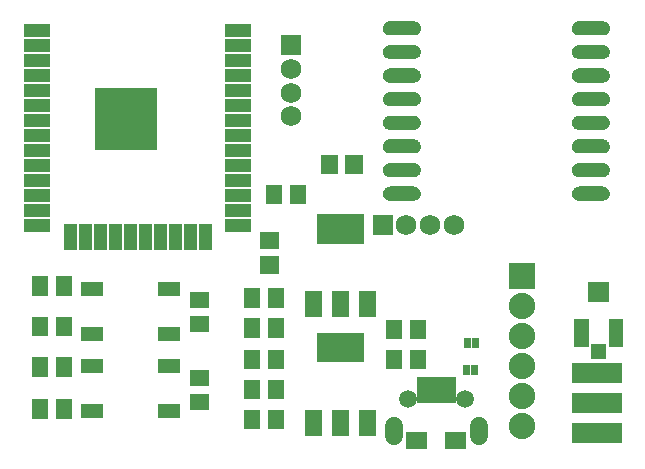
<source format=gts>
G04 Layer: TopSolderMaskLayer*
G04 EasyEDA v6.2.35, 2019-08-15T18:41:42+02:00*
G04 d928556bf1d54400a7a5e192a75a7165,10119efe1344418d97fa33539d7a4e55,10*
G04 Gerber Generator version 0.2*
G04 Scale: 100 percent, Rotated: No, Reflected: No *
G04 Dimensions in millimeters *
G04 leading zeros omitted , absolute positions ,3 integer and 3 decimal *
%FSLAX33Y33*%
%MOMM*%
G90*
G71D02*

%ADD47C,1.503197*%
%ADD58C,1.727200*%
%ADD62R,1.253236X2.403094*%
%ADD66C,2.235200*%

%LPD*%
G54D47*
G01X39433Y1915D02*
G01X39433Y1015D01*
G01X32194Y1915D02*
G01X32194Y1015D01*
G36*
G01X25684Y7256D02*
G01X25684Y9761D01*
G01X29687Y9761D01*
G01X29687Y7256D01*
G01X25684Y7256D01*
G37*
G36*
G01X26984Y1056D02*
G01X26984Y3261D01*
G01X28387Y3261D01*
G01X28387Y1056D01*
G01X26984Y1056D01*
G37*
G36*
G01X29283Y1056D02*
G01X29283Y3261D01*
G01X30688Y3261D01*
G01X30688Y1056D01*
G01X29283Y1056D01*
G37*
G36*
G01X24683Y1056D02*
G01X24683Y3261D01*
G01X26088Y3261D01*
G01X26088Y1056D01*
G01X24683Y1056D01*
G37*
G36*
G01X33609Y6667D02*
G01X33609Y8318D01*
G01X34970Y8318D01*
G01X34970Y6667D01*
G01X33609Y6667D01*
G37*
G36*
G01X31577Y6667D02*
G01X31577Y8318D01*
G01X32938Y8318D01*
G01X32938Y6667D01*
G01X31577Y6667D01*
G37*
G36*
G01X20916Y14742D02*
G01X20916Y16245D01*
G01X22519Y16245D01*
G01X22519Y14742D01*
G01X20916Y14742D01*
G37*
G36*
G01X20916Y16842D02*
G01X20916Y18346D01*
G01X22519Y18346D01*
G01X22519Y16842D01*
G01X20916Y16842D01*
G37*
G36*
G01X36776Y3848D02*
G01X36776Y6050D01*
G01X37429Y6050D01*
G01X37429Y3848D01*
G01X36776Y3848D01*
G37*
G36*
G01X36126Y3848D02*
G01X36126Y6050D01*
G01X36779Y6050D01*
G01X36779Y3848D01*
G01X36126Y3848D01*
G37*
G36*
G01X35476Y3848D02*
G01X35476Y6050D01*
G01X36131Y6050D01*
G01X36131Y3848D01*
G01X35476Y3848D01*
G37*
G36*
G01X34825Y3848D02*
G01X34825Y6050D01*
G01X35481Y6050D01*
G01X35481Y3848D01*
G01X34825Y3848D01*
G37*
G36*
G01X34178Y3848D02*
G01X34178Y6050D01*
G01X34831Y6050D01*
G01X34831Y3848D01*
G01X34178Y3848D01*
G37*
G36*
G01X36507Y-63D02*
G01X36507Y1338D01*
G01X38310Y1338D01*
G01X38310Y-63D01*
G01X36507Y-63D01*
G37*
G36*
G01X33228Y-48D02*
G01X33228Y1356D01*
G01X35031Y1356D01*
G01X35031Y-48D01*
G01X33228Y-48D01*
G37*
G01X33403Y4165D03*
G01X38244Y4165D03*
G36*
G01X914Y34813D02*
G01X914Y35915D01*
G01X3116Y35915D01*
G01X3116Y34813D01*
G01X914Y34813D01*
G37*
G36*
G01X6913Y25262D02*
G01X6913Y30464D01*
G01X12118Y30464D01*
G01X12118Y25262D01*
G01X6913Y25262D01*
G37*
G36*
G01X914Y33543D02*
G01X914Y34645D01*
G01X3116Y34645D01*
G01X3116Y33543D01*
G01X914Y33543D01*
G37*
G36*
G01X914Y32273D02*
G01X914Y33375D01*
G01X3116Y33375D01*
G01X3116Y32273D01*
G01X914Y32273D01*
G37*
G36*
G01X914Y31003D02*
G01X914Y32105D01*
G01X3116Y32105D01*
G01X3116Y31003D01*
G01X914Y31003D01*
G37*
G36*
G01X914Y29733D02*
G01X914Y30835D01*
G01X3116Y30835D01*
G01X3116Y29733D01*
G01X914Y29733D01*
G37*
G36*
G01X914Y28463D02*
G01X914Y29565D01*
G01X3116Y29565D01*
G01X3116Y28463D01*
G01X914Y28463D01*
G37*
G36*
G01X914Y27193D02*
G01X914Y28295D01*
G01X3116Y28295D01*
G01X3116Y27193D01*
G01X914Y27193D01*
G37*
G36*
G01X914Y25923D02*
G01X914Y27025D01*
G01X3116Y27025D01*
G01X3116Y25923D01*
G01X914Y25923D01*
G37*
G36*
G01X914Y24653D02*
G01X914Y25755D01*
G01X3116Y25755D01*
G01X3116Y24653D01*
G01X914Y24653D01*
G37*
G36*
G01X914Y23383D02*
G01X914Y24485D01*
G01X3116Y24485D01*
G01X3116Y23383D01*
G01X914Y23383D01*
G37*
G36*
G01X914Y22113D02*
G01X914Y23215D01*
G01X3116Y23215D01*
G01X3116Y22113D01*
G01X914Y22113D01*
G37*
G36*
G01X914Y20843D02*
G01X914Y21945D01*
G01X3116Y21945D01*
G01X3116Y20843D01*
G01X914Y20843D01*
G37*
G36*
G01X914Y19573D02*
G01X914Y20675D01*
G01X3116Y20675D01*
G01X3116Y19573D01*
G01X914Y19573D01*
G37*
G36*
G01X914Y18303D02*
G01X914Y19405D01*
G01X3116Y19405D01*
G01X3116Y18303D01*
G01X914Y18303D01*
G37*
G36*
G01X17914Y34813D02*
G01X17914Y35915D01*
G01X20116Y35915D01*
G01X20116Y34813D01*
G01X17914Y34813D01*
G37*
G36*
G01X17914Y33543D02*
G01X17914Y34645D01*
G01X20116Y34645D01*
G01X20116Y33543D01*
G01X17914Y33543D01*
G37*
G36*
G01X17914Y32273D02*
G01X17914Y33375D01*
G01X20116Y33375D01*
G01X20116Y32273D01*
G01X17914Y32273D01*
G37*
G36*
G01X17914Y31003D02*
G01X17914Y32105D01*
G01X20116Y32105D01*
G01X20116Y31003D01*
G01X17914Y31003D01*
G37*
G36*
G01X17914Y29733D02*
G01X17914Y30835D01*
G01X20116Y30835D01*
G01X20116Y29733D01*
G01X17914Y29733D01*
G37*
G36*
G01X17914Y28463D02*
G01X17914Y29565D01*
G01X20116Y29565D01*
G01X20116Y28463D01*
G01X17914Y28463D01*
G37*
G36*
G01X17914Y27193D02*
G01X17914Y28295D01*
G01X20116Y28295D01*
G01X20116Y27193D01*
G01X17914Y27193D01*
G37*
G36*
G01X17914Y25923D02*
G01X17914Y27025D01*
G01X20116Y27025D01*
G01X20116Y25923D01*
G01X17914Y25923D01*
G37*
G36*
G01X17914Y24653D02*
G01X17914Y25755D01*
G01X20116Y25755D01*
G01X20116Y24653D01*
G01X17914Y24653D01*
G37*
G36*
G01X17914Y23383D02*
G01X17914Y24485D01*
G01X20116Y24485D01*
G01X20116Y23383D01*
G01X17914Y23383D01*
G37*
G36*
G01X17914Y22113D02*
G01X17914Y23215D01*
G01X20116Y23215D01*
G01X20116Y22113D01*
G01X17914Y22113D01*
G37*
G36*
G01X17914Y20843D02*
G01X17914Y21945D01*
G01X20116Y21945D01*
G01X20116Y20843D01*
G01X17914Y20843D01*
G37*
G36*
G01X17914Y19573D02*
G01X17914Y20675D01*
G01X20116Y20675D01*
G01X20116Y19573D01*
G01X17914Y19573D01*
G37*
G36*
G01X17914Y18303D02*
G01X17914Y19405D01*
G01X20116Y19405D01*
G01X20116Y18303D01*
G01X17914Y18303D01*
G37*
G36*
G01X4249Y16751D02*
G01X4249Y18956D01*
G01X5351Y18956D01*
G01X5351Y16751D01*
G01X4249Y16751D01*
G37*
G36*
G01X5519Y16751D02*
G01X5519Y18956D01*
G01X6621Y18956D01*
G01X6621Y16751D01*
G01X5519Y16751D01*
G37*
G36*
G01X6789Y16751D02*
G01X6789Y18956D01*
G01X7891Y18956D01*
G01X7891Y16751D01*
G01X6789Y16751D01*
G37*
G36*
G01X8059Y16751D02*
G01X8059Y18956D01*
G01X9161Y18956D01*
G01X9161Y16751D01*
G01X8059Y16751D01*
G37*
G36*
G01X9329Y16751D02*
G01X9329Y18956D01*
G01X10431Y18956D01*
G01X10431Y16751D01*
G01X9329Y16751D01*
G37*
G36*
G01X10599Y16751D02*
G01X10599Y18956D01*
G01X11701Y18956D01*
G01X11701Y16751D01*
G01X10599Y16751D01*
G37*
G36*
G01X11869Y16751D02*
G01X11869Y18956D01*
G01X12971Y18956D01*
G01X12971Y16751D01*
G01X11869Y16751D01*
G37*
G36*
G01X13139Y16751D02*
G01X13139Y18956D01*
G01X14241Y18956D01*
G01X14241Y16751D01*
G01X13139Y16751D01*
G37*
G36*
G01X14409Y16751D02*
G01X14409Y18956D01*
G01X15511Y18956D01*
G01X15511Y16751D01*
G01X14409Y16751D01*
G37*
G36*
G01X15679Y16751D02*
G01X15679Y18956D01*
G01X16781Y18956D01*
G01X16781Y16751D01*
G01X15679Y16751D01*
G37*
G36*
G01X21544Y6667D02*
G01X21544Y8318D01*
G01X22905Y8318D01*
G01X22905Y6667D01*
G01X21544Y6667D01*
G37*
G36*
G01X19512Y6667D02*
G01X19512Y8318D01*
G01X20873Y8318D01*
G01X20873Y6667D01*
G01X19512Y6667D01*
G37*
G36*
G01X1605Y12890D02*
G01X1605Y14541D01*
G01X2966Y14541D01*
G01X2966Y12890D01*
G01X1605Y12890D01*
G37*
G36*
G01X3637Y12890D02*
G01X3637Y14541D01*
G01X4998Y14541D01*
G01X4998Y12890D01*
G01X3637Y12890D01*
G37*
G36*
G01X22631Y33251D02*
G01X22631Y34978D01*
G01X24358Y34978D01*
G01X24358Y33251D01*
G01X22631Y33251D01*
G37*
G54D58*
G01X23495Y32114D03*
G01X23495Y30115D03*
G01X23495Y28115D03*
G36*
G01X12204Y2578D02*
G01X12204Y3782D01*
G01X14107Y3782D01*
G01X14107Y2578D01*
G01X12204Y2578D01*
G37*
G36*
G01X5704Y2578D02*
G01X5704Y3782D01*
G01X7607Y3782D01*
G01X7607Y2578D01*
G01X5704Y2578D01*
G37*
G36*
G01X12204Y6377D02*
G01X12204Y7581D01*
G01X14107Y7581D01*
G01X14107Y6377D01*
G01X12204Y6377D01*
G37*
G36*
G01X5704Y6377D02*
G01X5704Y7581D01*
G01X7607Y7581D01*
G01X7607Y6377D01*
G01X5704Y6377D01*
G37*
G36*
G01X5704Y12847D02*
G01X5704Y14051D01*
G01X7607Y14051D01*
G01X7607Y12847D01*
G01X5704Y12847D01*
G37*
G36*
G01X12204Y12847D02*
G01X12204Y14051D01*
G01X14107Y14051D01*
G01X14107Y12847D01*
G01X12204Y12847D01*
G37*
G36*
G01X5704Y9047D02*
G01X5704Y10251D01*
G01X7607Y10251D01*
G01X7607Y9047D01*
G01X5704Y9047D01*
G37*
G36*
G01X12204Y9047D02*
G01X12204Y10251D01*
G01X14107Y10251D01*
G01X14107Y9047D01*
G01X12204Y9047D01*
G37*
G36*
G01X33609Y9207D02*
G01X33609Y10858D01*
G01X34970Y10858D01*
G01X34970Y9207D01*
G01X33609Y9207D01*
G37*
G36*
G01X31577Y9207D02*
G01X31577Y10858D01*
G01X32938Y10858D01*
G01X32938Y9207D01*
G01X31577Y9207D01*
G37*
G36*
G01X19512Y4127D02*
G01X19512Y5778D01*
G01X20873Y5778D01*
G01X20873Y4127D01*
G01X19512Y4127D01*
G37*
G36*
G01X21544Y4127D02*
G01X21544Y5778D01*
G01X22905Y5778D01*
G01X22905Y4127D01*
G01X21544Y4127D01*
G37*
G36*
G01X14922Y3256D02*
G01X14922Y4617D01*
G01X16573Y4617D01*
G01X16573Y3256D01*
G01X14922Y3256D01*
G37*
G36*
G01X14922Y5288D02*
G01X14922Y6649D01*
G01X16573Y6649D01*
G01X16573Y5288D01*
G01X14922Y5288D01*
G37*
G36*
G01X1605Y2476D02*
G01X1605Y4127D01*
G01X2966Y4127D01*
G01X2966Y2476D01*
G01X1605Y2476D01*
G37*
G36*
G01X3637Y2476D02*
G01X3637Y4127D01*
G01X4998Y4127D01*
G01X4998Y2476D01*
G01X3637Y2476D01*
G37*
G36*
G01X14922Y11892D02*
G01X14922Y13253D01*
G01X16573Y13253D01*
G01X16573Y11892D01*
G01X14922Y11892D01*
G37*
G36*
G01X14922Y9860D02*
G01X14922Y11221D01*
G01X16573Y11221D01*
G01X16573Y9860D01*
G01X14922Y9860D01*
G37*
G36*
G01X1605Y9461D02*
G01X1605Y11112D01*
G01X2966Y11112D01*
G01X2966Y9461D01*
G01X1605Y9461D01*
G37*
G36*
G01X3637Y9461D02*
G01X3637Y11112D01*
G01X4998Y11112D01*
G01X4998Y9461D01*
G01X3637Y9461D01*
G37*
G36*
G01X25684Y17289D02*
G01X25684Y19794D01*
G01X29687Y19794D01*
G01X29687Y17289D01*
G01X25684Y17289D01*
G37*
G36*
G01X26984Y11089D02*
G01X26984Y13294D01*
G01X28387Y13294D01*
G01X28387Y11089D01*
G01X26984Y11089D01*
G37*
G36*
G01X29283Y11089D02*
G01X29283Y13294D01*
G01X30688Y13294D01*
G01X30688Y11089D01*
G01X29283Y11089D01*
G37*
G36*
G01X24683Y11089D02*
G01X24683Y13294D01*
G01X26088Y13294D01*
G01X26088Y11089D01*
G01X24683Y11089D01*
G37*
G36*
G01X19512Y9334D02*
G01X19512Y10985D01*
G01X20873Y10985D01*
G01X20873Y9334D01*
G01X19512Y9334D01*
G37*
G36*
G01X21544Y9334D02*
G01X21544Y10985D01*
G01X22905Y10985D01*
G01X22905Y9334D01*
G01X21544Y9334D01*
G37*
G36*
G01X19512Y1587D02*
G01X19512Y3238D01*
G01X20873Y3238D01*
G01X20873Y1587D01*
G01X19512Y1587D01*
G37*
G36*
G01X21544Y1587D02*
G01X21544Y3238D01*
G01X22905Y3238D01*
G01X22905Y1587D01*
G01X21544Y1587D01*
G37*
G36*
G01X1605Y6032D02*
G01X1605Y7683D01*
G01X2966Y7683D01*
G01X2966Y6032D01*
G01X1605Y6032D01*
G37*
G36*
G01X3637Y6032D02*
G01X3637Y7683D01*
G01X4998Y7683D01*
G01X4998Y6032D01*
G01X3637Y6032D01*
G37*
G36*
G01X21417Y20637D02*
G01X21417Y22288D01*
G01X22778Y22288D01*
G01X22778Y20637D01*
G01X21417Y20637D01*
G37*
G36*
G01X23449Y20637D02*
G01X23449Y22288D01*
G01X24810Y22288D01*
G01X24810Y20637D01*
G01X23449Y20637D01*
G37*
G36*
G01X26012Y23200D02*
G01X26012Y24803D01*
G01X27515Y24803D01*
G01X27515Y23200D01*
G01X26012Y23200D01*
G37*
G36*
G01X28112Y23200D02*
G01X28112Y24803D01*
G01X29616Y24803D01*
G01X29616Y23200D01*
G01X28112Y23200D01*
G37*
G36*
G01X21544Y11874D02*
G01X21544Y13525D01*
G01X22905Y13525D01*
G01X22905Y11874D01*
G01X21544Y11874D01*
G37*
G36*
G01X19512Y11874D02*
G01X19512Y13525D01*
G01X20873Y13525D01*
G01X20873Y11874D01*
G01X19512Y11874D01*
G37*
G36*
G01X31889Y34958D02*
G01X31821Y34963D01*
G01X31750Y34975D01*
G01X31678Y34996D01*
G01X31612Y35026D01*
G01X31551Y35064D01*
G01X31493Y35110D01*
G01X31442Y35161D01*
G01X31396Y35217D01*
G01X31361Y35280D01*
G01X31330Y35346D01*
G01X31308Y35415D01*
G01X31295Y35486D01*
G01X31290Y35560D01*
G01X31295Y35633D01*
G01X31308Y35704D01*
G01X31330Y35773D01*
G01X31361Y35839D01*
G01X31396Y35902D01*
G01X31442Y35958D01*
G01X31493Y36009D01*
G01X31551Y36055D01*
G01X31612Y36093D01*
G01X31678Y36123D01*
G01X31750Y36144D01*
G01X31821Y36156D01*
G01X31889Y36161D01*
G01X33896Y36161D01*
G01X33964Y36156D01*
G01X34036Y36144D01*
G01X34107Y36123D01*
G01X34173Y36093D01*
G01X34234Y36055D01*
G01X34292Y36009D01*
G01X34343Y35958D01*
G01X34389Y35902D01*
G01X34424Y35839D01*
G01X34455Y35773D01*
G01X34477Y35704D01*
G01X34490Y35633D01*
G01X34495Y35560D01*
G01X34490Y35486D01*
G01X34477Y35415D01*
G01X34455Y35346D01*
G01X34424Y35280D01*
G01X34389Y35217D01*
G01X34343Y35161D01*
G01X34292Y35110D01*
G01X34234Y35064D01*
G01X34173Y35026D01*
G01X34107Y34996D01*
G01X34036Y34975D01*
G01X33964Y34963D01*
G01X33896Y34958D01*
G01X31889Y34958D01*
G37*
G36*
G01X31889Y32959D02*
G01X31821Y32961D01*
G01X31750Y32976D01*
G01X31678Y32997D01*
G01X31612Y33027D01*
G01X31551Y33065D01*
G01X31493Y33108D01*
G01X31442Y33162D01*
G01X31396Y33218D01*
G01X31361Y33279D01*
G01X31330Y33347D01*
G01X31308Y33416D01*
G01X31295Y33487D01*
G01X31290Y33561D01*
G01X31295Y33632D01*
G01X31308Y33703D01*
G01X31330Y33774D01*
G01X31361Y33840D01*
G01X31396Y33901D01*
G01X31442Y33959D01*
G01X31493Y34010D01*
G01X31551Y34056D01*
G01X31612Y34091D01*
G01X31678Y34122D01*
G01X31750Y34145D01*
G01X31821Y34157D01*
G01X31889Y34160D01*
G01X33896Y34160D01*
G01X33964Y34157D01*
G01X34036Y34145D01*
G01X34107Y34122D01*
G01X34173Y34091D01*
G01X34234Y34056D01*
G01X34292Y34010D01*
G01X34343Y33959D01*
G01X34389Y33901D01*
G01X34424Y33840D01*
G01X34455Y33774D01*
G01X34477Y33703D01*
G01X34490Y33632D01*
G01X34495Y33561D01*
G01X34490Y33487D01*
G01X34477Y33416D01*
G01X34455Y33347D01*
G01X34424Y33279D01*
G01X34389Y33218D01*
G01X34343Y33162D01*
G01X34292Y33108D01*
G01X34234Y33065D01*
G01X34173Y33027D01*
G01X34107Y32997D01*
G01X34036Y32976D01*
G01X33964Y32961D01*
G01X33896Y32959D01*
G01X31889Y32959D01*
G37*
G36*
G01X31889Y30957D02*
G01X31821Y30962D01*
G01X31750Y30975D01*
G01X31678Y30998D01*
G01X31612Y31026D01*
G01X31551Y31064D01*
G01X31493Y31109D01*
G01X31442Y31160D01*
G01X31396Y31219D01*
G01X31361Y31280D01*
G01X31330Y31346D01*
G01X31308Y31417D01*
G01X31295Y31488D01*
G01X31290Y31559D01*
G01X31295Y31633D01*
G01X31308Y31704D01*
G01X31330Y31772D01*
G01X31361Y31838D01*
G01X31396Y31902D01*
G01X31442Y31958D01*
G01X31493Y32009D01*
G01X31551Y32054D01*
G01X31612Y32092D01*
G01X31678Y32123D01*
G01X31750Y32143D01*
G01X31821Y32156D01*
G01X31889Y32161D01*
G01X33896Y32161D01*
G01X33964Y32156D01*
G01X34036Y32143D01*
G01X34107Y32123D01*
G01X34173Y32092D01*
G01X34234Y32054D01*
G01X34292Y32009D01*
G01X34343Y31958D01*
G01X34389Y31902D01*
G01X34424Y31838D01*
G01X34455Y31772D01*
G01X34477Y31704D01*
G01X34490Y31633D01*
G01X34495Y31559D01*
G01X34490Y31488D01*
G01X34477Y31417D01*
G01X34455Y31346D01*
G01X34424Y31280D01*
G01X34389Y31219D01*
G01X34343Y31160D01*
G01X34292Y31109D01*
G01X34234Y31064D01*
G01X34173Y31026D01*
G01X34107Y30998D01*
G01X34036Y30975D01*
G01X33964Y30962D01*
G01X33896Y30957D01*
G01X31889Y30957D01*
G37*
G36*
G01X31889Y28958D02*
G01X31821Y28963D01*
G01X31750Y28976D01*
G01X31678Y28996D01*
G01X31612Y29027D01*
G01X31551Y29065D01*
G01X31493Y29110D01*
G01X31442Y29161D01*
G01X31396Y29217D01*
G01X31361Y29281D01*
G01X31330Y29347D01*
G01X31308Y29415D01*
G01X31295Y29486D01*
G01X31290Y29560D01*
G01X31295Y29631D01*
G01X31308Y29702D01*
G01X31330Y29773D01*
G01X31361Y29839D01*
G01X31396Y29900D01*
G01X31442Y29959D01*
G01X31493Y30010D01*
G01X31551Y30055D01*
G01X31612Y30093D01*
G01X31678Y30121D01*
G01X31750Y30144D01*
G01X31821Y30157D01*
G01X31889Y30162D01*
G01X33896Y30162D01*
G01X33964Y30157D01*
G01X34036Y30144D01*
G01X34107Y30121D01*
G01X34173Y30093D01*
G01X34234Y30055D01*
G01X34292Y30010D01*
G01X34343Y29959D01*
G01X34389Y29900D01*
G01X34424Y29839D01*
G01X34455Y29773D01*
G01X34477Y29702D01*
G01X34490Y29631D01*
G01X34495Y29560D01*
G01X34490Y29486D01*
G01X34477Y29415D01*
G01X34455Y29347D01*
G01X34424Y29281D01*
G01X34389Y29217D01*
G01X34343Y29161D01*
G01X34292Y29110D01*
G01X34234Y29065D01*
G01X34173Y29027D01*
G01X34107Y28996D01*
G01X34036Y28976D01*
G01X33964Y28963D01*
G01X33896Y28958D01*
G01X31889Y28958D01*
G37*
G36*
G01X31889Y26959D02*
G01X31821Y26962D01*
G01X31750Y26974D01*
G01X31678Y26997D01*
G01X31612Y27028D01*
G01X31551Y27063D01*
G01X31493Y27109D01*
G01X31442Y27160D01*
G01X31396Y27218D01*
G01X31361Y27279D01*
G01X31330Y27345D01*
G01X31308Y27416D01*
G01X31295Y27487D01*
G01X31290Y27559D01*
G01X31295Y27632D01*
G01X31308Y27703D01*
G01X31330Y27772D01*
G01X31361Y27840D01*
G01X31396Y27901D01*
G01X31442Y27957D01*
G01X31493Y28011D01*
G01X31551Y28054D01*
G01X31612Y28092D01*
G01X31678Y28122D01*
G01X31750Y28143D01*
G01X31821Y28158D01*
G01X31889Y28160D01*
G01X33896Y28160D01*
G01X33964Y28158D01*
G01X34036Y28143D01*
G01X34107Y28122D01*
G01X34173Y28092D01*
G01X34234Y28054D01*
G01X34292Y28011D01*
G01X34343Y27957D01*
G01X34389Y27901D01*
G01X34424Y27840D01*
G01X34455Y27772D01*
G01X34477Y27703D01*
G01X34490Y27632D01*
G01X34495Y27559D01*
G01X34490Y27487D01*
G01X34477Y27416D01*
G01X34455Y27345D01*
G01X34424Y27279D01*
G01X34389Y27218D01*
G01X34343Y27160D01*
G01X34292Y27109D01*
G01X34234Y27063D01*
G01X34173Y27028D01*
G01X34107Y26997D01*
G01X34036Y26974D01*
G01X33964Y26962D01*
G01X33896Y26959D01*
G01X31889Y26959D01*
G37*
G36*
G01X31889Y24958D02*
G01X31821Y24963D01*
G01X31750Y24975D01*
G01X31678Y24996D01*
G01X31612Y25026D01*
G01X31551Y25064D01*
G01X31493Y25110D01*
G01X31442Y25161D01*
G01X31396Y25217D01*
G01X31361Y25280D01*
G01X31330Y25346D01*
G01X31308Y25415D01*
G01X31295Y25486D01*
G01X31290Y25560D01*
G01X31295Y25633D01*
G01X31308Y25704D01*
G01X31330Y25773D01*
G01X31361Y25839D01*
G01X31396Y25902D01*
G01X31442Y25958D01*
G01X31493Y26009D01*
G01X31551Y26055D01*
G01X31612Y26093D01*
G01X31678Y26123D01*
G01X31750Y26144D01*
G01X31821Y26156D01*
G01X31889Y26162D01*
G01X33896Y26162D01*
G01X33964Y26156D01*
G01X34036Y26144D01*
G01X34107Y26123D01*
G01X34173Y26093D01*
G01X34234Y26055D01*
G01X34292Y26009D01*
G01X34343Y25958D01*
G01X34389Y25902D01*
G01X34424Y25839D01*
G01X34455Y25773D01*
G01X34477Y25704D01*
G01X34490Y25633D01*
G01X34495Y25560D01*
G01X34490Y25486D01*
G01X34477Y25415D01*
G01X34455Y25346D01*
G01X34424Y25280D01*
G01X34389Y25217D01*
G01X34343Y25161D01*
G01X34292Y25110D01*
G01X34234Y25064D01*
G01X34173Y25026D01*
G01X34107Y24996D01*
G01X34036Y24975D01*
G01X33964Y24963D01*
G01X33896Y24958D01*
G01X31889Y24958D01*
G37*
G36*
G01X31889Y22959D02*
G01X31821Y22961D01*
G01X31750Y22976D01*
G01X31678Y22997D01*
G01X31612Y23027D01*
G01X31551Y23065D01*
G01X31493Y23108D01*
G01X31442Y23162D01*
G01X31396Y23218D01*
G01X31361Y23279D01*
G01X31330Y23347D01*
G01X31308Y23416D01*
G01X31295Y23487D01*
G01X31290Y23561D01*
G01X31295Y23632D01*
G01X31308Y23703D01*
G01X31330Y23774D01*
G01X31361Y23840D01*
G01X31396Y23901D01*
G01X31442Y23959D01*
G01X31493Y24010D01*
G01X31551Y24056D01*
G01X31612Y24091D01*
G01X31678Y24122D01*
G01X31750Y24145D01*
G01X31821Y24157D01*
G01X31889Y24160D01*
G01X33896Y24160D01*
G01X33964Y24157D01*
G01X34036Y24145D01*
G01X34107Y24122D01*
G01X34173Y24091D01*
G01X34234Y24056D01*
G01X34292Y24010D01*
G01X34343Y23959D01*
G01X34389Y23901D01*
G01X34424Y23840D01*
G01X34455Y23774D01*
G01X34477Y23703D01*
G01X34490Y23632D01*
G01X34495Y23561D01*
G01X34490Y23487D01*
G01X34477Y23416D01*
G01X34455Y23347D01*
G01X34424Y23279D01*
G01X34389Y23218D01*
G01X34343Y23162D01*
G01X34292Y23108D01*
G01X34234Y23065D01*
G01X34173Y23027D01*
G01X34107Y22997D01*
G01X34036Y22976D01*
G01X33964Y22961D01*
G01X33896Y22959D01*
G01X31889Y22959D01*
G37*
G36*
G01X31889Y20957D02*
G01X31821Y20962D01*
G01X31750Y20975D01*
G01X31678Y20998D01*
G01X31612Y21026D01*
G01X31551Y21064D01*
G01X31493Y21109D01*
G01X31442Y21160D01*
G01X31396Y21219D01*
G01X31361Y21280D01*
G01X31330Y21346D01*
G01X31308Y21417D01*
G01X31295Y21488D01*
G01X31290Y21559D01*
G01X31295Y21633D01*
G01X31308Y21704D01*
G01X31330Y21772D01*
G01X31361Y21838D01*
G01X31396Y21902D01*
G01X31442Y21958D01*
G01X31493Y22009D01*
G01X31551Y22054D01*
G01X31612Y22092D01*
G01X31678Y22123D01*
G01X31750Y22143D01*
G01X31821Y22156D01*
G01X31889Y22161D01*
G01X33896Y22161D01*
G01X33964Y22156D01*
G01X34036Y22143D01*
G01X34107Y22123D01*
G01X34173Y22092D01*
G01X34234Y22054D01*
G01X34292Y22009D01*
G01X34343Y21958D01*
G01X34389Y21902D01*
G01X34424Y21838D01*
G01X34455Y21772D01*
G01X34477Y21704D01*
G01X34490Y21633D01*
G01X34495Y21559D01*
G01X34490Y21488D01*
G01X34477Y21417D01*
G01X34455Y21346D01*
G01X34424Y21280D01*
G01X34389Y21219D01*
G01X34343Y21160D01*
G01X34292Y21109D01*
G01X34234Y21064D01*
G01X34173Y21026D01*
G01X34107Y20998D01*
G01X34036Y20975D01*
G01X33964Y20962D01*
G01X33896Y20957D01*
G01X31889Y20957D01*
G37*
G36*
G01X47889Y20957D02*
G01X47820Y20962D01*
G01X47749Y20975D01*
G01X47680Y20998D01*
G01X47612Y21026D01*
G01X47551Y21064D01*
G01X47492Y21109D01*
G01X47442Y21160D01*
G01X47398Y21219D01*
G01X47360Y21280D01*
G01X47330Y21346D01*
G01X47307Y21417D01*
G01X47294Y21488D01*
G01X47292Y21559D01*
G01X47294Y21633D01*
G01X47307Y21704D01*
G01X47330Y21772D01*
G01X47360Y21838D01*
G01X47398Y21902D01*
G01X47442Y21958D01*
G01X47492Y22009D01*
G01X47551Y22054D01*
G01X47612Y22092D01*
G01X47680Y22123D01*
G01X47749Y22143D01*
G01X47820Y22156D01*
G01X47889Y22161D01*
G01X49895Y22161D01*
G01X49964Y22156D01*
G01X50038Y22143D01*
G01X50106Y22123D01*
G01X50172Y22092D01*
G01X50236Y22054D01*
G01X50292Y22009D01*
G01X50342Y21958D01*
G01X50388Y21902D01*
G01X50426Y21838D01*
G01X50454Y21772D01*
G01X50477Y21704D01*
G01X50490Y21633D01*
G01X50495Y21559D01*
G01X50490Y21488D01*
G01X50477Y21417D01*
G01X50454Y21346D01*
G01X50426Y21280D01*
G01X50388Y21219D01*
G01X50342Y21160D01*
G01X50292Y21109D01*
G01X50236Y21064D01*
G01X50172Y21026D01*
G01X50106Y20998D01*
G01X50038Y20975D01*
G01X49964Y20962D01*
G01X49895Y20957D01*
G01X47889Y20957D01*
G37*
G36*
G01X47889Y22959D02*
G01X47820Y22961D01*
G01X47749Y22976D01*
G01X47680Y22997D01*
G01X47612Y23027D01*
G01X47551Y23065D01*
G01X47492Y23108D01*
G01X47442Y23162D01*
G01X47398Y23218D01*
G01X47360Y23279D01*
G01X47330Y23347D01*
G01X47307Y23416D01*
G01X47294Y23487D01*
G01X47292Y23561D01*
G01X47294Y23632D01*
G01X47307Y23703D01*
G01X47330Y23774D01*
G01X47360Y23840D01*
G01X47398Y23901D01*
G01X47442Y23959D01*
G01X47492Y24010D01*
G01X47551Y24056D01*
G01X47612Y24091D01*
G01X47680Y24122D01*
G01X47749Y24145D01*
G01X47820Y24157D01*
G01X47889Y24160D01*
G01X49895Y24160D01*
G01X49964Y24157D01*
G01X50038Y24145D01*
G01X50106Y24122D01*
G01X50172Y24091D01*
G01X50236Y24056D01*
G01X50292Y24010D01*
G01X50342Y23959D01*
G01X50388Y23901D01*
G01X50426Y23840D01*
G01X50454Y23774D01*
G01X50477Y23703D01*
G01X50490Y23632D01*
G01X50495Y23561D01*
G01X50490Y23487D01*
G01X50477Y23416D01*
G01X50454Y23347D01*
G01X50426Y23279D01*
G01X50388Y23218D01*
G01X50342Y23162D01*
G01X50292Y23108D01*
G01X50236Y23065D01*
G01X50172Y23027D01*
G01X50106Y22997D01*
G01X50038Y22976D01*
G01X49964Y22961D01*
G01X49895Y22959D01*
G01X47889Y22959D01*
G37*
G36*
G01X47889Y24958D02*
G01X47820Y24963D01*
G01X47749Y24975D01*
G01X47680Y24996D01*
G01X47612Y25026D01*
G01X47551Y25064D01*
G01X47492Y25110D01*
G01X47442Y25161D01*
G01X47398Y25217D01*
G01X47360Y25280D01*
G01X47330Y25346D01*
G01X47307Y25415D01*
G01X47294Y25486D01*
G01X47292Y25560D01*
G01X47294Y25633D01*
G01X47307Y25704D01*
G01X47330Y25773D01*
G01X47360Y25839D01*
G01X47398Y25902D01*
G01X47442Y25958D01*
G01X47492Y26009D01*
G01X47551Y26055D01*
G01X47612Y26093D01*
G01X47680Y26123D01*
G01X47749Y26144D01*
G01X47820Y26156D01*
G01X47889Y26162D01*
G01X49895Y26162D01*
G01X49964Y26156D01*
G01X50038Y26144D01*
G01X50106Y26123D01*
G01X50172Y26093D01*
G01X50236Y26055D01*
G01X50292Y26009D01*
G01X50342Y25958D01*
G01X50388Y25902D01*
G01X50426Y25839D01*
G01X50454Y25773D01*
G01X50477Y25704D01*
G01X50490Y25633D01*
G01X50495Y25560D01*
G01X50490Y25486D01*
G01X50477Y25415D01*
G01X50454Y25346D01*
G01X50426Y25280D01*
G01X50388Y25217D01*
G01X50342Y25161D01*
G01X50292Y25110D01*
G01X50236Y25064D01*
G01X50172Y25026D01*
G01X50106Y24996D01*
G01X50038Y24975D01*
G01X49964Y24963D01*
G01X49895Y24958D01*
G01X47889Y24958D01*
G37*
G36*
G01X47889Y26959D02*
G01X47820Y26962D01*
G01X47749Y26974D01*
G01X47680Y26997D01*
G01X47612Y27028D01*
G01X47551Y27063D01*
G01X47492Y27109D01*
G01X47442Y27160D01*
G01X47398Y27218D01*
G01X47360Y27279D01*
G01X47330Y27345D01*
G01X47307Y27416D01*
G01X47294Y27487D01*
G01X47292Y27559D01*
G01X47294Y27632D01*
G01X47307Y27703D01*
G01X47330Y27772D01*
G01X47360Y27840D01*
G01X47398Y27901D01*
G01X47442Y27957D01*
G01X47492Y28011D01*
G01X47551Y28054D01*
G01X47612Y28092D01*
G01X47680Y28122D01*
G01X47749Y28143D01*
G01X47820Y28158D01*
G01X47889Y28160D01*
G01X49895Y28160D01*
G01X49964Y28158D01*
G01X50038Y28143D01*
G01X50106Y28122D01*
G01X50172Y28092D01*
G01X50236Y28054D01*
G01X50292Y28011D01*
G01X50342Y27957D01*
G01X50388Y27901D01*
G01X50426Y27840D01*
G01X50454Y27772D01*
G01X50477Y27703D01*
G01X50490Y27632D01*
G01X50495Y27559D01*
G01X50490Y27487D01*
G01X50477Y27416D01*
G01X50454Y27345D01*
G01X50426Y27279D01*
G01X50388Y27218D01*
G01X50342Y27160D01*
G01X50292Y27109D01*
G01X50236Y27063D01*
G01X50172Y27028D01*
G01X50106Y26997D01*
G01X50038Y26974D01*
G01X49964Y26962D01*
G01X49895Y26959D01*
G01X47889Y26959D01*
G37*
G36*
G01X47889Y28958D02*
G01X47820Y28963D01*
G01X47749Y28976D01*
G01X47680Y28996D01*
G01X47612Y29027D01*
G01X47551Y29065D01*
G01X47492Y29110D01*
G01X47442Y29161D01*
G01X47398Y29217D01*
G01X47360Y29281D01*
G01X47330Y29347D01*
G01X47307Y29415D01*
G01X47294Y29486D01*
G01X47292Y29560D01*
G01X47294Y29631D01*
G01X47307Y29702D01*
G01X47330Y29773D01*
G01X47360Y29839D01*
G01X47398Y29900D01*
G01X47442Y29959D01*
G01X47492Y30010D01*
G01X47551Y30055D01*
G01X47612Y30093D01*
G01X47680Y30121D01*
G01X47749Y30144D01*
G01X47820Y30157D01*
G01X47889Y30162D01*
G01X49895Y30162D01*
G01X49964Y30157D01*
G01X50038Y30144D01*
G01X50106Y30121D01*
G01X50172Y30093D01*
G01X50236Y30055D01*
G01X50292Y30010D01*
G01X50342Y29959D01*
G01X50388Y29900D01*
G01X50426Y29839D01*
G01X50454Y29773D01*
G01X50477Y29702D01*
G01X50490Y29631D01*
G01X50495Y29560D01*
G01X50490Y29486D01*
G01X50477Y29415D01*
G01X50454Y29347D01*
G01X50426Y29281D01*
G01X50388Y29217D01*
G01X50342Y29161D01*
G01X50292Y29110D01*
G01X50236Y29065D01*
G01X50172Y29027D01*
G01X50106Y28996D01*
G01X50038Y28976D01*
G01X49964Y28963D01*
G01X49895Y28958D01*
G01X47889Y28958D01*
G37*
G36*
G01X47889Y30957D02*
G01X47820Y30962D01*
G01X47749Y30975D01*
G01X47680Y30998D01*
G01X47612Y31026D01*
G01X47551Y31064D01*
G01X47492Y31109D01*
G01X47442Y31160D01*
G01X47398Y31219D01*
G01X47360Y31280D01*
G01X47330Y31346D01*
G01X47307Y31417D01*
G01X47294Y31488D01*
G01X47292Y31559D01*
G01X47294Y31633D01*
G01X47307Y31704D01*
G01X47330Y31772D01*
G01X47360Y31838D01*
G01X47398Y31902D01*
G01X47442Y31958D01*
G01X47492Y32009D01*
G01X47551Y32054D01*
G01X47612Y32092D01*
G01X47680Y32123D01*
G01X47749Y32143D01*
G01X47820Y32156D01*
G01X47889Y32161D01*
G01X49895Y32161D01*
G01X49964Y32156D01*
G01X50038Y32143D01*
G01X50106Y32123D01*
G01X50172Y32092D01*
G01X50236Y32054D01*
G01X50292Y32009D01*
G01X50342Y31958D01*
G01X50388Y31902D01*
G01X50426Y31838D01*
G01X50454Y31772D01*
G01X50477Y31704D01*
G01X50490Y31633D01*
G01X50495Y31559D01*
G01X50490Y31488D01*
G01X50477Y31417D01*
G01X50454Y31346D01*
G01X50426Y31280D01*
G01X50388Y31219D01*
G01X50342Y31160D01*
G01X50292Y31109D01*
G01X50236Y31064D01*
G01X50172Y31026D01*
G01X50106Y30998D01*
G01X50038Y30975D01*
G01X49964Y30962D01*
G01X49895Y30957D01*
G01X47889Y30957D01*
G37*
G36*
G01X47889Y32959D02*
G01X47820Y32961D01*
G01X47749Y32976D01*
G01X47680Y32997D01*
G01X47612Y33027D01*
G01X47551Y33065D01*
G01X47492Y33108D01*
G01X47442Y33162D01*
G01X47398Y33218D01*
G01X47360Y33279D01*
G01X47330Y33347D01*
G01X47307Y33416D01*
G01X47294Y33487D01*
G01X47292Y33561D01*
G01X47294Y33632D01*
G01X47307Y33703D01*
G01X47330Y33774D01*
G01X47360Y33840D01*
G01X47398Y33901D01*
G01X47442Y33959D01*
G01X47492Y34010D01*
G01X47551Y34056D01*
G01X47612Y34091D01*
G01X47680Y34122D01*
G01X47749Y34145D01*
G01X47820Y34157D01*
G01X47889Y34160D01*
G01X49895Y34160D01*
G01X49964Y34157D01*
G01X50038Y34145D01*
G01X50106Y34122D01*
G01X50172Y34091D01*
G01X50236Y34056D01*
G01X50292Y34010D01*
G01X50342Y33959D01*
G01X50388Y33901D01*
G01X50426Y33840D01*
G01X50454Y33774D01*
G01X50477Y33703D01*
G01X50490Y33632D01*
G01X50495Y33561D01*
G01X50490Y33487D01*
G01X50477Y33416D01*
G01X50454Y33347D01*
G01X50426Y33279D01*
G01X50388Y33218D01*
G01X50342Y33162D01*
G01X50292Y33108D01*
G01X50236Y33065D01*
G01X50172Y33027D01*
G01X50106Y32997D01*
G01X50038Y32976D01*
G01X49964Y32961D01*
G01X49895Y32959D01*
G01X47889Y32959D01*
G37*
G36*
G01X47889Y34958D02*
G01X47820Y34963D01*
G01X47749Y34975D01*
G01X47680Y34996D01*
G01X47612Y35026D01*
G01X47551Y35064D01*
G01X47492Y35110D01*
G01X47442Y35161D01*
G01X47398Y35217D01*
G01X47360Y35280D01*
G01X47330Y35346D01*
G01X47307Y35415D01*
G01X47294Y35486D01*
G01X47292Y35560D01*
G01X47294Y35633D01*
G01X47307Y35704D01*
G01X47330Y35773D01*
G01X47360Y35839D01*
G01X47398Y35902D01*
G01X47442Y35958D01*
G01X47492Y36009D01*
G01X47551Y36055D01*
G01X47612Y36093D01*
G01X47680Y36123D01*
G01X47749Y36144D01*
G01X47820Y36156D01*
G01X47889Y36161D01*
G01X49895Y36161D01*
G01X49964Y36156D01*
G01X50038Y36144D01*
G01X50106Y36123D01*
G01X50172Y36093D01*
G01X50236Y36055D01*
G01X50292Y36009D01*
G01X50342Y35958D01*
G01X50388Y35902D01*
G01X50426Y35839D01*
G01X50454Y35773D01*
G01X50477Y35704D01*
G01X50490Y35633D01*
G01X50495Y35560D01*
G01X50490Y35486D01*
G01X50477Y35415D01*
G01X50454Y35346D01*
G01X50426Y35280D01*
G01X50388Y35217D01*
G01X50342Y35161D01*
G01X50292Y35110D01*
G01X50236Y35064D01*
G01X50172Y35026D01*
G01X50106Y34996D01*
G01X50038Y34975D01*
G01X49964Y34963D01*
G01X49895Y34958D01*
G01X47889Y34958D01*
G37*
G36*
G01X47462Y8577D02*
G01X47462Y10980D01*
G01X48714Y10980D01*
G01X48714Y8577D01*
G01X47462Y8577D01*
G37*
G54D62*
G01X51037Y9779D03*
G36*
G01X48935Y7576D02*
G01X48935Y8780D01*
G01X50190Y8780D01*
G01X50190Y7576D01*
G01X48935Y7576D01*
G37*
G36*
G01X48666Y12344D02*
G01X48666Y14071D01*
G01X50393Y14071D01*
G01X50393Y12344D01*
G01X48666Y12344D01*
G37*
G36*
G01X47269Y5486D02*
G01X47269Y7213D01*
G01X51536Y7213D01*
G01X51536Y5486D01*
G01X47269Y5486D01*
G37*
G36*
G01X47269Y2946D02*
G01X47269Y4673D01*
G01X51536Y4673D01*
G01X51536Y2946D01*
G01X47269Y2946D01*
G37*
G36*
G01X47269Y406D02*
G01X47269Y2133D01*
G01X51536Y2133D01*
G01X51536Y406D01*
G01X47269Y406D01*
G37*
G36*
G01X41935Y13487D02*
G01X41935Y15722D01*
G01X44170Y15722D01*
G01X44170Y13487D01*
G01X41935Y13487D01*
G37*
G54D66*
G01X43053Y12065D03*
G01X43053Y9525D03*
G01X43053Y6985D03*
G01X43053Y4445D03*
G01X43053Y1905D03*
G36*
G01X30411Y18059D02*
G01X30411Y19786D01*
G01X32138Y19786D01*
G01X32138Y18059D01*
G01X30411Y18059D01*
G37*
G54D58*
G01X33274Y18923D03*
G01X35273Y18923D03*
G01X37273Y18923D03*
G36*
G01X38813Y8463D02*
G01X38813Y9316D01*
G01X39418Y9316D01*
G01X39418Y8463D01*
G01X38813Y8463D01*
G37*
G36*
G01X38115Y8463D02*
G01X38115Y9316D01*
G01X38717Y9316D01*
G01X38717Y8463D01*
G01X38115Y8463D01*
G37*
G36*
G01X38051Y6177D02*
G01X38051Y7030D01*
G01X38656Y7030D01*
G01X38656Y6177D01*
G01X38051Y6177D01*
G37*
G36*
G01X38752Y6177D02*
G01X38752Y7030D01*
G01X39354Y7030D01*
G01X39354Y6177D01*
G01X38752Y6177D01*
G37*
M00*
M02*

</source>
